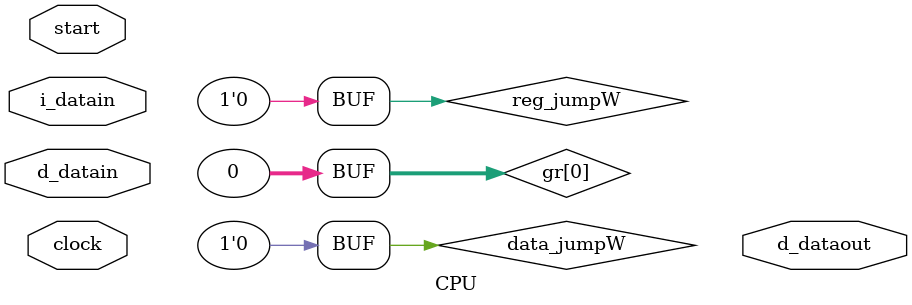
<source format=v>
`timescale 1ns / 1ps


module CPU(
    input wire clock,
    input wire start,
    input [31:0] i_datain,
    input wire [31:0] d_datain,
    output wire [31:0] d_dataout
    );

    reg [31:0]gr[31:0];//[31:0]for 32bit MIPS processor
    reg [15:0]pc = 32'h00000000;

    reg [31:0]instrD;
    reg [31:0]instrE;
    reg [31:0]instrM;
    reg [31:0]instrW;

    reg [31:0]reg_A = 0;
    reg [31:0]reg_B = 0;
    reg [31:0]reg_C = 0;
    reg [31:0]reg_C1 = 0;
    reg [31:0]reg_C2 = 0;
    reg [31:0]reg_C3 = 0;

    reg [31:0]pcBranch = 0;

    reg [5:0]opcode = 0;
    reg [5:0]func = 0;

    reg [2:0] reg_zonE = 0;
    reg [2:0] reg_zonM = 0;

    reg regWriteD = 0;
    reg regWriteE = 0;
    reg regWriteM = 0;
    reg regWriteW = 0;

    reg regDstD = 0;
    reg regDstE = 0;
    reg regDstM = 0;
    reg regDstW = 0;

    reg [3:0]alu_ctrD;
    reg [3:0]alu_ctrE;

    reg alu_srcD = 0;
    reg alu_srcE = 0;

    reg overflow_signD= 0;
    reg overflow_signE= 0;

    reg reg_jumpD= 0;
    reg reg_jumpE= 0;
    reg reg_jumpM= 0;
    reg reg_jumpW= 0;

    reg data_jumpD= 0;
    reg data_jumpE= 0;
    reg data_jumpM= 0;
    reg data_jumpW= 0;

    reg memToRegD= 0;
    reg memToRegE= 0;
    reg memToRegM= 0;
    reg memToRegW= 0; 

    reg memWriteD= 0;
    reg memWriteE= 0;
    reg memWriteM= 0;

    reg beq_or_bneD;
    reg beq_or_bneE;
    reg beq_or_bneM;
    reg beq_or_bneW;

    reg zeroD;
    reg zeroE;
    reg zeroM;
    reg zeroW;

    reg pcSrcM= 0;

    reg[1:0] branchD = 0;
    reg[1:0] branchE = 0;
    reg[1:0] branchM = 0;
    
//add,addi,lw,sw,addu,addiu
parameter alu_add = 4'b0000;
//sub,subu,beq,bne
parameter alu_sub = 4'b0001;
//and,andi
parameter alu_and = 4'b0010;
//nor
parameter alu_nor = 4'b0011;
//or,ori
parameter alu_or = 4'b0100;
//xor
parameter alu_xor = 4'b0101;
//sll,sllv
parameter alu_sll = 4'b0110;
//srl,srlv
parameter alu_srl = 4'b0111;
//sra,srav
parameter alu_sra = 4'b1000;
//slt
parameter alu_slt = 4'b1001;
//j
parameter alu_j = 4'b1010;
//jr
parameter alu_jr = 4'b1011;
//jal
parameter alu_jal = 4'b1100;

always @(start)
    begin
        gr[0] = 32'h0000_0000;
    end

always @(posedge clock)
begin
pcBranch = 0;
if ((reg_jumpM==0)&&(pcSrcM==0)&&(data_jumpM==0)&&(i_datain!=0))
begin
pc <= pc + 32'h00000004;
end
else if (data_jumpM == 1)
begin
pc <= instrM[25:0];
end
else if (reg_jumpM == 1)
begin
pc <=gr[instrM[25:21]];
end
end
//decode part
always @(posedge clock)
begin
instrD <= i_datain;
opcode = instrD[31:26];
func = instrD[5:0];
//control unit
if (opcode == 6'b000000)
begin
case(func)
//add
6'b100000:
begin
alu_srcD = 0;
alu_ctrD = 4'b0000;
overflow_signD = 1;
branchD = 2'b00;
memToRegD = 0;
memWriteD = 0;
regDstD = 1;
regWriteD = 1;
end
//addu
6'b100001:
begin
alu_srcD = 0;
alu_ctrD = 4'b0000;
overflow_signD = 0;
branchD = 2'b00;
memToRegD = 0;
memWriteD = 0;
regDstD = 1;
regWriteD = 1;
end
//sub
6'b100010:
begin
alu_srcD = 0;
alu_ctrD = 4'b0001;
overflow_signD = 1;
branchD = 2'b00;
memToRegD = 0;
memWriteD = 0;
regDstD = 1;
regWriteD = 1;
end
//subu
6'b100011:
begin
alu_srcD = 0;
alu_ctrD = 4'b0001;
overflow_signD = 0;
branchD = 2'b00;
memToRegD = 0;
memWriteD = 0;
regDstD = 1;
regWriteD = 1;
end
//and
6'b100100:
begin
alu_srcD = 0;
alu_ctrD = 4'b0010;
branchD = 2'b00;
memToRegD = 0;
memWriteD = 0;
regDstD = 1;
regWriteD = 1;
end
//nor
6'b100111:
begin
alu_srcD = 0;
alu_ctrD = 4'b0011;
branchD = 2'b00;
memToRegD = 0;
memWriteD = 0;
regDstD = 1;
regWriteD = 1;
end
//or
6'b100101:
begin
alu_srcD = 0;
alu_ctrD = 4'b0100;
branchD = 2'b00;
memToRegD = 0;
memWriteD = 0;
regDstD = 1;
regWriteD = 1;
end
//xor
6'b100110:
begin
alu_srcD = 0;
alu_ctrD = 4'b0101;
branchD = 2'b00;
memToRegD = 0;
memWriteD = 0;
regDstD = 1;
regWriteD = 1;
end
//slt
6'b101010:
begin
alu_srcD = 0;
alu_ctrD = 4'b1001;
branchD = 2'b00;
memToRegD = 0;
memWriteD = 0;
regDstD = 1;
regWriteD = 1;
end
//sll
6'b000000:
begin
alu_srcD = 1;
alu_ctrD = 4'b0110;
branchD = 2'b00;
memToRegD = 0;
memWriteD = 0;
regDstD = 1;
regWriteD = 1;
data_jumpD = 0;
reg_jumpD = 0;
end
//sllv
6'b000100:
begin
alu_srcD = 0;
alu_ctrD = 4'b0110;
branchD = 2'b00;
memToRegD = 0;
memWriteD = 0;
regDstD = 1;
regWriteD = 1;
end
//srl
6'b000010:
begin
alu_srcD = 1;
alu_ctrD = 4'b0111;
branchD = 2'b00;
memToRegD = 0;
memWriteD = 0;
regDstD = 1;
regWriteD = 1;
end
//srlv
6'b000110:
begin
alu_srcD = 0;
alu_ctrD = 4'b0111;
branchD = 2'b00;
memToRegD = 0;
memWriteD = 0;
regDstD = 1;
regWriteD = 1;
end
//sra
6'b000011:
begin
alu_srcD = 1;
alu_ctrD = 4'b1000;
branchD = 2'b00;
memToRegD = 0;
memWriteD = 0;
regDstD = 1;
regWriteD = 1;
end
//srav
6'b000111:
begin
alu_srcD = 0;
alu_ctrD = 4'b1000;
branchD = 2'b00;
memToRegD = 0;
memWriteD = 0;
regDstD = 1;
regWriteD = 1;
end
//jr
6'b001000:
begin
alu_srcD = 0;
alu_ctrD = 4'b1011;
branchD = 2'b00;
memToRegD = 0;
memWriteD = 0;
regDstD = 1;
regWriteD = 0;
reg_jumpD = 1;
end
endcase
end
else
begin
case(opcode)
//addi
6'b001000:
begin
alu_srcD = 1;
alu_ctrD = 4'b0000;
overflow_signD = 1;
branchD = 2'b00;
memToRegD = 0;
memWriteD = 0;
regDstD = 0;
regWriteD = 1;
end
//addiu
6'b001001:
begin
alu_srcD = 1;
alu_ctrD = 4'b0000;
overflow_signD = 0;
branchD = 2'b00;
memToRegD = 0;
memWriteD = 0;
regDstD = 0;
regWriteD = 1;
end
//andi
6'b001100:
begin
alu_srcD = 1;
alu_ctrD = 4'b0010;
branchD = 2'b00;
memToRegD = 0;
memWriteD = 0;
regDstD = 0;
regWriteD = 1;
end
//ori
6'b001101:
begin
alu_srcD = 1;
alu_ctrD = 4'b0100;
branchD = 2'b00;
memToRegD = 0;
memWriteD = 0;
regDstD = 0;
regWriteD = 1;
end
//beq
6'b000100:
begin
alu_srcD = 0;
alu_ctrD = 4'b0001;
branchD = 2'b01;
memToRegD = 0;
memWriteD = 0;
regDstD = 0;
regWriteD = 0;
end
//bne
6'b000101:
begin
alu_srcD = 0;
alu_ctrD = 4'b0001;
branchD = 2'b10;
memToRegD = 0;
memWriteD = 0;
regDstD = 0;
regWriteD = 0;
end
//lw
6'b100011:
begin
alu_srcD = 1;
alu_ctrD = 4'b0000;
branchD = 2'b00;
memToRegD = 1;
memWriteD = 0;
regDstD = 0;
regWriteD = 1;
end
//sw
6'b101011:
begin
alu_srcD = 1;
alu_ctrD = 4'b0000;
branchD = 2'b00;
memToRegD = 0;
memWriteD = 0;
regDstD = 0;
regWriteD = 0;
end
//j
6'b000010:
begin
alu_srcD = 0;
alu_ctrD = 4'b1010;
branchD = 2'b00;
memToRegD = 0;
memWriteD = 0;
regDstD = 0;
regWriteD = 0;
data_jumpD = 1;
end
//jal
6'b000011:
begin
alu_srcD = 0;
alu_ctrD = 4'b1100;
branchD = 2'b00;
memToRegD = 0;
memWriteD = 0;
regDstD = 0;
regWriteD = 0;
data_jumpD = 1;
gr[31] = pc;
end
endcase
end
instrE <= instrD;
regWriteE <= regWriteD;
memToRegE <= memToRegD;
memWriteE <= memWriteD;
branchE <= branchD;
alu_ctrE <= alu_ctrD;
alu_srcE <= alu_srcD;
regDstE <= regDstD;
reg_jumpE <= reg_jumpD;
data_jumpE <= data_jumpD;
overflow_signE <= overflow_signD;
end
//execute
always @(posedge clock)
begin
zeroE = 0;
//alu part
case(alu_ctrE)
alu_add:
begin
    reg_A = gr[instrE[25:21]];
    if  (alu_srcE == 1)
    begin
    reg_B = {{16{instrE[15]}},instrE[15:0]};  //sign extenstion
    end
    else
    begin
    reg_B = gr[instrE[20:16]];
    end
    reg_C = reg_A + reg_B;
    //overflow flag
    if ((overflow_signE==1)&&(reg_A[31]^reg_B[31] == 0) && (reg_A[31]!= reg_C[31] ))
    begin
    //negative flag
    if (reg_C[31]==1'b1)
    begin
        reg_zonE[0] = 1'b1;
    end
    reg_zonE[1] = 1'b1;
    end
    else
    begin
        reg_zonE[1] = 1'b0;
    end
    //zero flag
    if (reg_C==0)
    begin
        reg_zonE[2] = 1'b1;
    end
end

alu_sub:
begin
    reg_A = gr[instrE[25:21]];
    reg_B = gr[instrE[20:16]];
    reg_C = reg_A - reg_B;
    if ((overflow_signE == 1)&& (reg_A[31]^reg_B[31] == 1) && (reg_B[31] == reg_C[31]))
    begin
    reg_zonE[1] = 1'b1;
    end
    else
    begin
    reg_zonE[1] = 1'b0;
    end
    //zero flag
    if (reg_C == 0) 
    begin
    reg_zonE[2] = 1'b1;
    zeroE = 1;
    end
    // negative flag 
    if(reg_C[31] == 1'b1)
    begin
        reg_zonE[0] = 1'b1;
    end
end

alu_and:
begin
    reg_A = gr[instrE[25:21]];
    if (alu_srcE == 1)
    begin
    reg_B = {{16{1'b0}},instrE[15:0]};  //zero extenstion
    end
    else
    begin
    reg_B = gr[instrE[20:16]];
    end
    reg_C = reg_A & reg_B;
    //zero flag
    if (reg_C == 0)
    begin
    reg_zonE[2] = 1'b1;
    end
    //negative flag
    if (reg_C[31]==1'b1)
    begin
        reg_zonE[0] = 1'b1;
    end
end

alu_nor:
begin
    reg_A = gr[instrE[25:21]];
    reg_B = gr[instrE[20:16]];
    reg_C = ~(reg_A | reg_B);
    //zero flag
    if (reg_C == 0) 
    begin
        reg_zonE[2] = 1'b1;
    end
    //negative flag
    if (reg_C[31]==1'b1)
    begin
        reg_zonE[0] = 1'b1;
    end
end

alu_or:
begin
    reg_A = gr[instrE[25:21]];
    if (alu_srcE == 1)
    begin
    reg_B = {{16{1'b0}},instrE[15:0]};  //zero extenstion
    end
    else
    begin
    reg_B = gr[instrE[20:16]];
    end
    reg_C = reg_A | reg_B;
    //zero flag
    if (reg_C == 0) 
    begin
        reg_zonE[2] = 1'b1;
    end
    //negative flag
    if (reg_C[31]==1'b1)
    begin
        reg_zonE[0] = 1'b1;
    end
end

alu_xor:
begin
    reg_A = gr[instrE[25:21]];
    if (alu_srcE == 1)
    begin
    reg_B = {{16{1'b0}},instrE[15:0]};  //zero extenstion
    end
    else
    begin
    reg_B = gr[instrE[20:16]];
    end
    reg_C = (reg_A ^ reg_B);
    //zero flag
    if (reg_C == 0) 
    begin
        reg_zonE[2] = 1'b1;
    end
    //negative flag
    if (reg_C[31]==1'b1)
    begin
        reg_zonE[0] = 1'b1;
    end
end

alu_slt:
begin
    reg_A = gr[instrE[25:21]];
    if (alu_srcE == 1)
    begin
    reg_B = {{16{instrE[15]}},instrE[15:0]};  //sign extenstion
    end
    else
    begin
    reg_B = gr[instrE[20:16]];
    end
    if (reg_A <reg_B) 
    begin
        reg_C = 1'b1;
    end
    else
    begin
    reg_C = 1'b0;
    end    
    //zero flag
    if (reg_C == 0) 
    begin
        reg_zonE[2] = 1'b1;
    end
end

alu_sll:
begin
    reg_A = gr[instrE[20:16]];
    if (alu_srcE == 1) 
    begin
    reg_B = instrE[10:6];
    end 
    else 
    begin
    reg_B = gr[instrE[25:21]];
    end
    reg_C = reg_A << reg_B;
     //zero flag
    if (reg_C == 0) 
    begin
    reg_zonE[2] = 1'b1;
    end
    //negative flag
    if (reg_C[31]==1'b1)
    begin
        reg_zonE[0] = 1'b1;
    end
end

alu_srl:
begin
    reg_A = gr[instrE[20:16]];
    if (alu_srcE == 1) 
    begin
    reg_B = instrE[10:6];
    end 
    else 
    begin
    reg_B = gr[instrE[25:21]];
    end
    reg_C = reg_A >> reg_B;
     //zero flag
    if (reg_C == 0) 
    begin
    reg_zonE[2] = 1'b1;
    end
    //negative flag
    if (reg_C[31]==1'b1)
    begin
        reg_zonE[0] = 1'b1;
    end
end

alu_sra:
begin
    reg_A = gr[instrE[20:16]];
    if (alu_srcE == 1) 
    begin
    reg_B = instrE[10:6];
    end 
    else 
    begin
    reg_B = gr[instrE[25:21]];
    end
    reg_C = reg_A >>> reg_B;
     //zero flag
    if (reg_C == 0) 
    begin
    reg_zonE[2] = 1'b1;
    end
    //negative flag
    if (reg_C[31]==1'b1)
    begin
        reg_zonE[0] = 1'b1;
    end
end

alu_j:
begin
    reg_C = 0;
end

alu_jr:
begin
    reg_C = 0;
end

alu_jal:
begin
    reg_C = 0;
end
endcase
regWriteM <= regWriteE;
memToRegM <= memToRegE;
memWriteM <= memWriteE;
branchM <= branchE;
reg_zonM <= reg_zonE;
regDstM <= regDstE;
instrM <= instrE;
reg_jumpM <= reg_jumpE;
data_jumpM <= data_jumpE;
reg_C3 <= reg_C;
zeroM <= zeroE;
end

always @(posedge clock)
begin
if ((branchM==2'b01)&&(zeroM==1))
begin
pcSrcM = 1;
end
else if ((branchM==2'b10)&&(zeroM==0))
begin
pcSrcM = 1;
end
else
begin
pcSrcM = 0;
end
if ((pcSrcM == 1)&&(branchM!=2'b00))
begin
pcBranch <= instrM[15:0];
pcBranch = pcBranch << 2;
pcBranch = {{16{pcBranch[15]}},pcBranch[15:0]};
pc <= pc + pcBranch;
end
if (memToRegM==1)
begin
reg_C1 = d_datain[31:0];
end
else
begin
reg_C1 = reg_C3;
end
instrW <= instrM;
regWriteW <= regWriteM;
memToRegW <= memToRegM;
regDstW <= regDstM;
reg_C2 <= reg_C1;
end  
always @(posedge clock)
begin
if ((regWriteW==1)&&(regDstW==1))
begin
gr[instrW[15:11]] = reg_C2;
end
else if ((regWriteW==1)&&(regDstW==0))
begin
gr[instrW[20:16]] = reg_C2;
end
if ((regWriteW==1)&&(memToRegW==1))
begin
gr[instrW[20:16]] = d_datain;
end
end
endmodule
</source>
